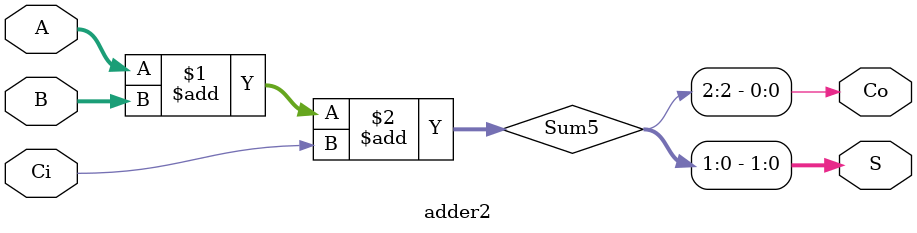
<source format=v>
module adder2 (A, B, Ci, S, Co);

input[1:0] A;
input[1:0] B;
input Ci;
output[1:0] S;
output Co;
wire[2:0] Sum5;
assign Sum5 = A + B + Ci ;
assign S = Sum5[1:0] ;
assign Co = Sum5[2] ;
endmodule

</source>
